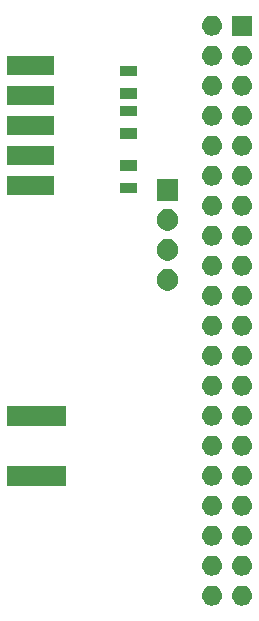
<source format=gbs>
G04 #@! TF.GenerationSoftware,KiCad,Pcbnew,5.0.2-bee76a0~70~ubuntu16.04.1*
G04 #@! TF.CreationDate,2019-12-01T18:04:24-08:00*
G04 #@! TF.ProjectId,io_jumper,696f5f6a-756d-4706-9572-2e6b69636164,1.0*
G04 #@! TF.SameCoordinates,PX7471920PY2d4cae0*
G04 #@! TF.FileFunction,Soldermask,Bot*
G04 #@! TF.FilePolarity,Negative*
%FSLAX46Y46*%
G04 Gerber Fmt 4.6, Leading zero omitted, Abs format (unit mm)*
G04 Created by KiCad (PCBNEW 5.0.2-bee76a0~70~ubuntu16.04.1) date Sun 01 Dec 2019 06:04:24 PM PST*
%MOMM*%
%LPD*%
G01*
G04 APERTURE LIST*
%ADD10C,0.100000*%
G04 APERTURE END LIST*
D10*
G36*
X20266630Y-49122299D02*
X20426855Y-49170903D01*
X20574520Y-49249831D01*
X20703949Y-49356051D01*
X20810169Y-49485480D01*
X20889097Y-49633145D01*
X20937701Y-49793370D01*
X20954112Y-49960000D01*
X20937701Y-50126630D01*
X20889097Y-50286855D01*
X20810169Y-50434520D01*
X20703949Y-50563949D01*
X20574520Y-50670169D01*
X20426855Y-50749097D01*
X20266630Y-50797701D01*
X20141752Y-50810000D01*
X20058248Y-50810000D01*
X19933370Y-50797701D01*
X19773145Y-50749097D01*
X19625480Y-50670169D01*
X19496051Y-50563949D01*
X19389831Y-50434520D01*
X19310903Y-50286855D01*
X19262299Y-50126630D01*
X19245888Y-49960000D01*
X19262299Y-49793370D01*
X19310903Y-49633145D01*
X19389831Y-49485480D01*
X19496051Y-49356051D01*
X19625480Y-49249831D01*
X19773145Y-49170903D01*
X19933370Y-49122299D01*
X20058248Y-49110000D01*
X20141752Y-49110000D01*
X20266630Y-49122299D01*
X20266630Y-49122299D01*
G37*
G36*
X17726630Y-49122299D02*
X17886855Y-49170903D01*
X18034520Y-49249831D01*
X18163949Y-49356051D01*
X18270169Y-49485480D01*
X18349097Y-49633145D01*
X18397701Y-49793370D01*
X18414112Y-49960000D01*
X18397701Y-50126630D01*
X18349097Y-50286855D01*
X18270169Y-50434520D01*
X18163949Y-50563949D01*
X18034520Y-50670169D01*
X17886855Y-50749097D01*
X17726630Y-50797701D01*
X17601752Y-50810000D01*
X17518248Y-50810000D01*
X17393370Y-50797701D01*
X17233145Y-50749097D01*
X17085480Y-50670169D01*
X16956051Y-50563949D01*
X16849831Y-50434520D01*
X16770903Y-50286855D01*
X16722299Y-50126630D01*
X16705888Y-49960000D01*
X16722299Y-49793370D01*
X16770903Y-49633145D01*
X16849831Y-49485480D01*
X16956051Y-49356051D01*
X17085480Y-49249831D01*
X17233145Y-49170903D01*
X17393370Y-49122299D01*
X17518248Y-49110000D01*
X17601752Y-49110000D01*
X17726630Y-49122299D01*
X17726630Y-49122299D01*
G37*
G36*
X20266630Y-46582299D02*
X20426855Y-46630903D01*
X20574520Y-46709831D01*
X20703949Y-46816051D01*
X20810169Y-46945480D01*
X20889097Y-47093145D01*
X20937701Y-47253370D01*
X20954112Y-47420000D01*
X20937701Y-47586630D01*
X20889097Y-47746855D01*
X20810169Y-47894520D01*
X20703949Y-48023949D01*
X20574520Y-48130169D01*
X20426855Y-48209097D01*
X20266630Y-48257701D01*
X20141752Y-48270000D01*
X20058248Y-48270000D01*
X19933370Y-48257701D01*
X19773145Y-48209097D01*
X19625480Y-48130169D01*
X19496051Y-48023949D01*
X19389831Y-47894520D01*
X19310903Y-47746855D01*
X19262299Y-47586630D01*
X19245888Y-47420000D01*
X19262299Y-47253370D01*
X19310903Y-47093145D01*
X19389831Y-46945480D01*
X19496051Y-46816051D01*
X19625480Y-46709831D01*
X19773145Y-46630903D01*
X19933370Y-46582299D01*
X20058248Y-46570000D01*
X20141752Y-46570000D01*
X20266630Y-46582299D01*
X20266630Y-46582299D01*
G37*
G36*
X17726630Y-46582299D02*
X17886855Y-46630903D01*
X18034520Y-46709831D01*
X18163949Y-46816051D01*
X18270169Y-46945480D01*
X18349097Y-47093145D01*
X18397701Y-47253370D01*
X18414112Y-47420000D01*
X18397701Y-47586630D01*
X18349097Y-47746855D01*
X18270169Y-47894520D01*
X18163949Y-48023949D01*
X18034520Y-48130169D01*
X17886855Y-48209097D01*
X17726630Y-48257701D01*
X17601752Y-48270000D01*
X17518248Y-48270000D01*
X17393370Y-48257701D01*
X17233145Y-48209097D01*
X17085480Y-48130169D01*
X16956051Y-48023949D01*
X16849831Y-47894520D01*
X16770903Y-47746855D01*
X16722299Y-47586630D01*
X16705888Y-47420000D01*
X16722299Y-47253370D01*
X16770903Y-47093145D01*
X16849831Y-46945480D01*
X16956051Y-46816051D01*
X17085480Y-46709831D01*
X17233145Y-46630903D01*
X17393370Y-46582299D01*
X17518248Y-46570000D01*
X17601752Y-46570000D01*
X17726630Y-46582299D01*
X17726630Y-46582299D01*
G37*
G36*
X17726630Y-44042299D02*
X17886855Y-44090903D01*
X18034520Y-44169831D01*
X18163949Y-44276051D01*
X18270169Y-44405480D01*
X18349097Y-44553145D01*
X18397701Y-44713370D01*
X18414112Y-44880000D01*
X18397701Y-45046630D01*
X18349097Y-45206855D01*
X18270169Y-45354520D01*
X18163949Y-45483949D01*
X18034520Y-45590169D01*
X17886855Y-45669097D01*
X17726630Y-45717701D01*
X17601752Y-45730000D01*
X17518248Y-45730000D01*
X17393370Y-45717701D01*
X17233145Y-45669097D01*
X17085480Y-45590169D01*
X16956051Y-45483949D01*
X16849831Y-45354520D01*
X16770903Y-45206855D01*
X16722299Y-45046630D01*
X16705888Y-44880000D01*
X16722299Y-44713370D01*
X16770903Y-44553145D01*
X16849831Y-44405480D01*
X16956051Y-44276051D01*
X17085480Y-44169831D01*
X17233145Y-44090903D01*
X17393370Y-44042299D01*
X17518248Y-44030000D01*
X17601752Y-44030000D01*
X17726630Y-44042299D01*
X17726630Y-44042299D01*
G37*
G36*
X20266630Y-44042299D02*
X20426855Y-44090903D01*
X20574520Y-44169831D01*
X20703949Y-44276051D01*
X20810169Y-44405480D01*
X20889097Y-44553145D01*
X20937701Y-44713370D01*
X20954112Y-44880000D01*
X20937701Y-45046630D01*
X20889097Y-45206855D01*
X20810169Y-45354520D01*
X20703949Y-45483949D01*
X20574520Y-45590169D01*
X20426855Y-45669097D01*
X20266630Y-45717701D01*
X20141752Y-45730000D01*
X20058248Y-45730000D01*
X19933370Y-45717701D01*
X19773145Y-45669097D01*
X19625480Y-45590169D01*
X19496051Y-45483949D01*
X19389831Y-45354520D01*
X19310903Y-45206855D01*
X19262299Y-45046630D01*
X19245888Y-44880000D01*
X19262299Y-44713370D01*
X19310903Y-44553145D01*
X19389831Y-44405480D01*
X19496051Y-44276051D01*
X19625480Y-44169831D01*
X19773145Y-44090903D01*
X19933370Y-44042299D01*
X20058248Y-44030000D01*
X20141752Y-44030000D01*
X20266630Y-44042299D01*
X20266630Y-44042299D01*
G37*
G36*
X20266630Y-41502299D02*
X20426855Y-41550903D01*
X20574520Y-41629831D01*
X20703949Y-41736051D01*
X20810169Y-41865480D01*
X20889097Y-42013145D01*
X20937701Y-42173370D01*
X20954112Y-42340000D01*
X20937701Y-42506630D01*
X20889097Y-42666855D01*
X20810169Y-42814520D01*
X20703949Y-42943949D01*
X20574520Y-43050169D01*
X20426855Y-43129097D01*
X20266630Y-43177701D01*
X20141752Y-43190000D01*
X20058248Y-43190000D01*
X19933370Y-43177701D01*
X19773145Y-43129097D01*
X19625480Y-43050169D01*
X19496051Y-42943949D01*
X19389831Y-42814520D01*
X19310903Y-42666855D01*
X19262299Y-42506630D01*
X19245888Y-42340000D01*
X19262299Y-42173370D01*
X19310903Y-42013145D01*
X19389831Y-41865480D01*
X19496051Y-41736051D01*
X19625480Y-41629831D01*
X19773145Y-41550903D01*
X19933370Y-41502299D01*
X20058248Y-41490000D01*
X20141752Y-41490000D01*
X20266630Y-41502299D01*
X20266630Y-41502299D01*
G37*
G36*
X17726630Y-41502299D02*
X17886855Y-41550903D01*
X18034520Y-41629831D01*
X18163949Y-41736051D01*
X18270169Y-41865480D01*
X18349097Y-42013145D01*
X18397701Y-42173370D01*
X18414112Y-42340000D01*
X18397701Y-42506630D01*
X18349097Y-42666855D01*
X18270169Y-42814520D01*
X18163949Y-42943949D01*
X18034520Y-43050169D01*
X17886855Y-43129097D01*
X17726630Y-43177701D01*
X17601752Y-43190000D01*
X17518248Y-43190000D01*
X17393370Y-43177701D01*
X17233145Y-43129097D01*
X17085480Y-43050169D01*
X16956051Y-42943949D01*
X16849831Y-42814520D01*
X16770903Y-42666855D01*
X16722299Y-42506630D01*
X16705888Y-42340000D01*
X16722299Y-42173370D01*
X16770903Y-42013145D01*
X16849831Y-41865480D01*
X16956051Y-41736051D01*
X17085480Y-41629831D01*
X17233145Y-41550903D01*
X17393370Y-41502299D01*
X17518248Y-41490000D01*
X17601752Y-41490000D01*
X17726630Y-41502299D01*
X17726630Y-41502299D01*
G37*
G36*
X5200000Y-40690000D02*
X200000Y-40690000D01*
X200000Y-38990000D01*
X5200000Y-38990000D01*
X5200000Y-40690000D01*
X5200000Y-40690000D01*
G37*
G36*
X20266630Y-38962299D02*
X20426855Y-39010903D01*
X20574520Y-39089831D01*
X20703949Y-39196051D01*
X20810169Y-39325480D01*
X20889097Y-39473145D01*
X20937701Y-39633370D01*
X20954112Y-39800000D01*
X20937701Y-39966630D01*
X20889097Y-40126855D01*
X20810169Y-40274520D01*
X20703949Y-40403949D01*
X20574520Y-40510169D01*
X20426855Y-40589097D01*
X20266630Y-40637701D01*
X20141752Y-40650000D01*
X20058248Y-40650000D01*
X19933370Y-40637701D01*
X19773145Y-40589097D01*
X19625480Y-40510169D01*
X19496051Y-40403949D01*
X19389831Y-40274520D01*
X19310903Y-40126855D01*
X19262299Y-39966630D01*
X19245888Y-39800000D01*
X19262299Y-39633370D01*
X19310903Y-39473145D01*
X19389831Y-39325480D01*
X19496051Y-39196051D01*
X19625480Y-39089831D01*
X19773145Y-39010903D01*
X19933370Y-38962299D01*
X20058248Y-38950000D01*
X20141752Y-38950000D01*
X20266630Y-38962299D01*
X20266630Y-38962299D01*
G37*
G36*
X17726630Y-38962299D02*
X17886855Y-39010903D01*
X18034520Y-39089831D01*
X18163949Y-39196051D01*
X18270169Y-39325480D01*
X18349097Y-39473145D01*
X18397701Y-39633370D01*
X18414112Y-39800000D01*
X18397701Y-39966630D01*
X18349097Y-40126855D01*
X18270169Y-40274520D01*
X18163949Y-40403949D01*
X18034520Y-40510169D01*
X17886855Y-40589097D01*
X17726630Y-40637701D01*
X17601752Y-40650000D01*
X17518248Y-40650000D01*
X17393370Y-40637701D01*
X17233145Y-40589097D01*
X17085480Y-40510169D01*
X16956051Y-40403949D01*
X16849831Y-40274520D01*
X16770903Y-40126855D01*
X16722299Y-39966630D01*
X16705888Y-39800000D01*
X16722299Y-39633370D01*
X16770903Y-39473145D01*
X16849831Y-39325480D01*
X16956051Y-39196051D01*
X17085480Y-39089831D01*
X17233145Y-39010903D01*
X17393370Y-38962299D01*
X17518248Y-38950000D01*
X17601752Y-38950000D01*
X17726630Y-38962299D01*
X17726630Y-38962299D01*
G37*
G36*
X17726630Y-36422299D02*
X17886855Y-36470903D01*
X18034520Y-36549831D01*
X18163949Y-36656051D01*
X18270169Y-36785480D01*
X18349097Y-36933145D01*
X18397701Y-37093370D01*
X18414112Y-37260000D01*
X18397701Y-37426630D01*
X18349097Y-37586855D01*
X18270169Y-37734520D01*
X18163949Y-37863949D01*
X18034520Y-37970169D01*
X17886855Y-38049097D01*
X17726630Y-38097701D01*
X17601752Y-38110000D01*
X17518248Y-38110000D01*
X17393370Y-38097701D01*
X17233145Y-38049097D01*
X17085480Y-37970169D01*
X16956051Y-37863949D01*
X16849831Y-37734520D01*
X16770903Y-37586855D01*
X16722299Y-37426630D01*
X16705888Y-37260000D01*
X16722299Y-37093370D01*
X16770903Y-36933145D01*
X16849831Y-36785480D01*
X16956051Y-36656051D01*
X17085480Y-36549831D01*
X17233145Y-36470903D01*
X17393370Y-36422299D01*
X17518248Y-36410000D01*
X17601752Y-36410000D01*
X17726630Y-36422299D01*
X17726630Y-36422299D01*
G37*
G36*
X20266630Y-36422299D02*
X20426855Y-36470903D01*
X20574520Y-36549831D01*
X20703949Y-36656051D01*
X20810169Y-36785480D01*
X20889097Y-36933145D01*
X20937701Y-37093370D01*
X20954112Y-37260000D01*
X20937701Y-37426630D01*
X20889097Y-37586855D01*
X20810169Y-37734520D01*
X20703949Y-37863949D01*
X20574520Y-37970169D01*
X20426855Y-38049097D01*
X20266630Y-38097701D01*
X20141752Y-38110000D01*
X20058248Y-38110000D01*
X19933370Y-38097701D01*
X19773145Y-38049097D01*
X19625480Y-37970169D01*
X19496051Y-37863949D01*
X19389831Y-37734520D01*
X19310903Y-37586855D01*
X19262299Y-37426630D01*
X19245888Y-37260000D01*
X19262299Y-37093370D01*
X19310903Y-36933145D01*
X19389831Y-36785480D01*
X19496051Y-36656051D01*
X19625480Y-36549831D01*
X19773145Y-36470903D01*
X19933370Y-36422299D01*
X20058248Y-36410000D01*
X20141752Y-36410000D01*
X20266630Y-36422299D01*
X20266630Y-36422299D01*
G37*
G36*
X5200000Y-35610000D02*
X200000Y-35610000D01*
X200000Y-33910000D01*
X5200000Y-33910000D01*
X5200000Y-35610000D01*
X5200000Y-35610000D01*
G37*
G36*
X20266630Y-33882299D02*
X20426855Y-33930903D01*
X20574520Y-34009831D01*
X20703949Y-34116051D01*
X20810169Y-34245480D01*
X20889097Y-34393145D01*
X20937701Y-34553370D01*
X20954112Y-34720000D01*
X20937701Y-34886630D01*
X20889097Y-35046855D01*
X20810169Y-35194520D01*
X20703949Y-35323949D01*
X20574520Y-35430169D01*
X20426855Y-35509097D01*
X20266630Y-35557701D01*
X20141752Y-35570000D01*
X20058248Y-35570000D01*
X19933370Y-35557701D01*
X19773145Y-35509097D01*
X19625480Y-35430169D01*
X19496051Y-35323949D01*
X19389831Y-35194520D01*
X19310903Y-35046855D01*
X19262299Y-34886630D01*
X19245888Y-34720000D01*
X19262299Y-34553370D01*
X19310903Y-34393145D01*
X19389831Y-34245480D01*
X19496051Y-34116051D01*
X19625480Y-34009831D01*
X19773145Y-33930903D01*
X19933370Y-33882299D01*
X20058248Y-33870000D01*
X20141752Y-33870000D01*
X20266630Y-33882299D01*
X20266630Y-33882299D01*
G37*
G36*
X17726630Y-33882299D02*
X17886855Y-33930903D01*
X18034520Y-34009831D01*
X18163949Y-34116051D01*
X18270169Y-34245480D01*
X18349097Y-34393145D01*
X18397701Y-34553370D01*
X18414112Y-34720000D01*
X18397701Y-34886630D01*
X18349097Y-35046855D01*
X18270169Y-35194520D01*
X18163949Y-35323949D01*
X18034520Y-35430169D01*
X17886855Y-35509097D01*
X17726630Y-35557701D01*
X17601752Y-35570000D01*
X17518248Y-35570000D01*
X17393370Y-35557701D01*
X17233145Y-35509097D01*
X17085480Y-35430169D01*
X16956051Y-35323949D01*
X16849831Y-35194520D01*
X16770903Y-35046855D01*
X16722299Y-34886630D01*
X16705888Y-34720000D01*
X16722299Y-34553370D01*
X16770903Y-34393145D01*
X16849831Y-34245480D01*
X16956051Y-34116051D01*
X17085480Y-34009831D01*
X17233145Y-33930903D01*
X17393370Y-33882299D01*
X17518248Y-33870000D01*
X17601752Y-33870000D01*
X17726630Y-33882299D01*
X17726630Y-33882299D01*
G37*
G36*
X20266630Y-31342299D02*
X20426855Y-31390903D01*
X20574520Y-31469831D01*
X20703949Y-31576051D01*
X20810169Y-31705480D01*
X20889097Y-31853145D01*
X20937701Y-32013370D01*
X20954112Y-32180000D01*
X20937701Y-32346630D01*
X20889097Y-32506855D01*
X20810169Y-32654520D01*
X20703949Y-32783949D01*
X20574520Y-32890169D01*
X20426855Y-32969097D01*
X20266630Y-33017701D01*
X20141752Y-33030000D01*
X20058248Y-33030000D01*
X19933370Y-33017701D01*
X19773145Y-32969097D01*
X19625480Y-32890169D01*
X19496051Y-32783949D01*
X19389831Y-32654520D01*
X19310903Y-32506855D01*
X19262299Y-32346630D01*
X19245888Y-32180000D01*
X19262299Y-32013370D01*
X19310903Y-31853145D01*
X19389831Y-31705480D01*
X19496051Y-31576051D01*
X19625480Y-31469831D01*
X19773145Y-31390903D01*
X19933370Y-31342299D01*
X20058248Y-31330000D01*
X20141752Y-31330000D01*
X20266630Y-31342299D01*
X20266630Y-31342299D01*
G37*
G36*
X17726630Y-31342299D02*
X17886855Y-31390903D01*
X18034520Y-31469831D01*
X18163949Y-31576051D01*
X18270169Y-31705480D01*
X18349097Y-31853145D01*
X18397701Y-32013370D01*
X18414112Y-32180000D01*
X18397701Y-32346630D01*
X18349097Y-32506855D01*
X18270169Y-32654520D01*
X18163949Y-32783949D01*
X18034520Y-32890169D01*
X17886855Y-32969097D01*
X17726630Y-33017701D01*
X17601752Y-33030000D01*
X17518248Y-33030000D01*
X17393370Y-33017701D01*
X17233145Y-32969097D01*
X17085480Y-32890169D01*
X16956051Y-32783949D01*
X16849831Y-32654520D01*
X16770903Y-32506855D01*
X16722299Y-32346630D01*
X16705888Y-32180000D01*
X16722299Y-32013370D01*
X16770903Y-31853145D01*
X16849831Y-31705480D01*
X16956051Y-31576051D01*
X17085480Y-31469831D01*
X17233145Y-31390903D01*
X17393370Y-31342299D01*
X17518248Y-31330000D01*
X17601752Y-31330000D01*
X17726630Y-31342299D01*
X17726630Y-31342299D01*
G37*
G36*
X20266630Y-28802299D02*
X20426855Y-28850903D01*
X20574520Y-28929831D01*
X20703949Y-29036051D01*
X20810169Y-29165480D01*
X20889097Y-29313145D01*
X20937701Y-29473370D01*
X20954112Y-29640000D01*
X20937701Y-29806630D01*
X20889097Y-29966855D01*
X20810169Y-30114520D01*
X20703949Y-30243949D01*
X20574520Y-30350169D01*
X20426855Y-30429097D01*
X20266630Y-30477701D01*
X20141752Y-30490000D01*
X20058248Y-30490000D01*
X19933370Y-30477701D01*
X19773145Y-30429097D01*
X19625480Y-30350169D01*
X19496051Y-30243949D01*
X19389831Y-30114520D01*
X19310903Y-29966855D01*
X19262299Y-29806630D01*
X19245888Y-29640000D01*
X19262299Y-29473370D01*
X19310903Y-29313145D01*
X19389831Y-29165480D01*
X19496051Y-29036051D01*
X19625480Y-28929831D01*
X19773145Y-28850903D01*
X19933370Y-28802299D01*
X20058248Y-28790000D01*
X20141752Y-28790000D01*
X20266630Y-28802299D01*
X20266630Y-28802299D01*
G37*
G36*
X17726630Y-28802299D02*
X17886855Y-28850903D01*
X18034520Y-28929831D01*
X18163949Y-29036051D01*
X18270169Y-29165480D01*
X18349097Y-29313145D01*
X18397701Y-29473370D01*
X18414112Y-29640000D01*
X18397701Y-29806630D01*
X18349097Y-29966855D01*
X18270169Y-30114520D01*
X18163949Y-30243949D01*
X18034520Y-30350169D01*
X17886855Y-30429097D01*
X17726630Y-30477701D01*
X17601752Y-30490000D01*
X17518248Y-30490000D01*
X17393370Y-30477701D01*
X17233145Y-30429097D01*
X17085480Y-30350169D01*
X16956051Y-30243949D01*
X16849831Y-30114520D01*
X16770903Y-29966855D01*
X16722299Y-29806630D01*
X16705888Y-29640000D01*
X16722299Y-29473370D01*
X16770903Y-29313145D01*
X16849831Y-29165480D01*
X16956051Y-29036051D01*
X17085480Y-28929831D01*
X17233145Y-28850903D01*
X17393370Y-28802299D01*
X17518248Y-28790000D01*
X17601752Y-28790000D01*
X17726630Y-28802299D01*
X17726630Y-28802299D01*
G37*
G36*
X20266630Y-26262299D02*
X20426855Y-26310903D01*
X20574520Y-26389831D01*
X20703949Y-26496051D01*
X20810169Y-26625480D01*
X20889097Y-26773145D01*
X20937701Y-26933370D01*
X20954112Y-27100000D01*
X20937701Y-27266630D01*
X20889097Y-27426855D01*
X20810169Y-27574520D01*
X20703949Y-27703949D01*
X20574520Y-27810169D01*
X20426855Y-27889097D01*
X20266630Y-27937701D01*
X20141752Y-27950000D01*
X20058248Y-27950000D01*
X19933370Y-27937701D01*
X19773145Y-27889097D01*
X19625480Y-27810169D01*
X19496051Y-27703949D01*
X19389831Y-27574520D01*
X19310903Y-27426855D01*
X19262299Y-27266630D01*
X19245888Y-27100000D01*
X19262299Y-26933370D01*
X19310903Y-26773145D01*
X19389831Y-26625480D01*
X19496051Y-26496051D01*
X19625480Y-26389831D01*
X19773145Y-26310903D01*
X19933370Y-26262299D01*
X20058248Y-26250000D01*
X20141752Y-26250000D01*
X20266630Y-26262299D01*
X20266630Y-26262299D01*
G37*
G36*
X17726630Y-26262299D02*
X17886855Y-26310903D01*
X18034520Y-26389831D01*
X18163949Y-26496051D01*
X18270169Y-26625480D01*
X18349097Y-26773145D01*
X18397701Y-26933370D01*
X18414112Y-27100000D01*
X18397701Y-27266630D01*
X18349097Y-27426855D01*
X18270169Y-27574520D01*
X18163949Y-27703949D01*
X18034520Y-27810169D01*
X17886855Y-27889097D01*
X17726630Y-27937701D01*
X17601752Y-27950000D01*
X17518248Y-27950000D01*
X17393370Y-27937701D01*
X17233145Y-27889097D01*
X17085480Y-27810169D01*
X16956051Y-27703949D01*
X16849831Y-27574520D01*
X16770903Y-27426855D01*
X16722299Y-27266630D01*
X16705888Y-27100000D01*
X16722299Y-26933370D01*
X16770903Y-26773145D01*
X16849831Y-26625480D01*
X16956051Y-26496051D01*
X17085480Y-26389831D01*
X17233145Y-26310903D01*
X17393370Y-26262299D01*
X17518248Y-26250000D01*
X17601752Y-26250000D01*
X17726630Y-26262299D01*
X17726630Y-26262299D01*
G37*
G36*
X17726630Y-23722299D02*
X17886855Y-23770903D01*
X18034520Y-23849831D01*
X18163949Y-23956051D01*
X18270169Y-24085480D01*
X18349097Y-24233145D01*
X18397701Y-24393370D01*
X18414112Y-24560000D01*
X18397701Y-24726630D01*
X18349097Y-24886855D01*
X18270169Y-25034520D01*
X18163949Y-25163949D01*
X18034520Y-25270169D01*
X17886855Y-25349097D01*
X17726630Y-25397701D01*
X17601752Y-25410000D01*
X17518248Y-25410000D01*
X17393370Y-25397701D01*
X17233145Y-25349097D01*
X17085480Y-25270169D01*
X16956051Y-25163949D01*
X16849831Y-25034520D01*
X16770903Y-24886855D01*
X16722299Y-24726630D01*
X16705888Y-24560000D01*
X16722299Y-24393370D01*
X16770903Y-24233145D01*
X16849831Y-24085480D01*
X16956051Y-23956051D01*
X17085480Y-23849831D01*
X17233145Y-23770903D01*
X17393370Y-23722299D01*
X17518248Y-23710000D01*
X17601752Y-23710000D01*
X17726630Y-23722299D01*
X17726630Y-23722299D01*
G37*
G36*
X20266630Y-23722299D02*
X20426855Y-23770903D01*
X20574520Y-23849831D01*
X20703949Y-23956051D01*
X20810169Y-24085480D01*
X20889097Y-24233145D01*
X20937701Y-24393370D01*
X20954112Y-24560000D01*
X20937701Y-24726630D01*
X20889097Y-24886855D01*
X20810169Y-25034520D01*
X20703949Y-25163949D01*
X20574520Y-25270169D01*
X20426855Y-25349097D01*
X20266630Y-25397701D01*
X20141752Y-25410000D01*
X20058248Y-25410000D01*
X19933370Y-25397701D01*
X19773145Y-25349097D01*
X19625480Y-25270169D01*
X19496051Y-25163949D01*
X19389831Y-25034520D01*
X19310903Y-24886855D01*
X19262299Y-24726630D01*
X19245888Y-24560000D01*
X19262299Y-24393370D01*
X19310903Y-24233145D01*
X19389831Y-24085480D01*
X19496051Y-23956051D01*
X19625480Y-23849831D01*
X19773145Y-23770903D01*
X19933370Y-23722299D01*
X20058248Y-23710000D01*
X20141752Y-23710000D01*
X20266630Y-23722299D01*
X20266630Y-23722299D01*
G37*
G36*
X14069811Y-22330546D02*
X14069814Y-22330547D01*
X14069813Y-22330547D01*
X14238152Y-22400275D01*
X14238153Y-22400276D01*
X14389656Y-22501507D01*
X14518493Y-22630344D01*
X14518495Y-22630347D01*
X14619725Y-22781848D01*
X14673657Y-22912052D01*
X14689454Y-22950189D01*
X14725000Y-23128894D01*
X14725000Y-23311106D01*
X14689454Y-23489811D01*
X14689453Y-23489813D01*
X14619725Y-23658152D01*
X14544387Y-23770903D01*
X14518493Y-23809656D01*
X14389656Y-23938493D01*
X14389653Y-23938495D01*
X14238152Y-24039725D01*
X14127689Y-24085480D01*
X14069811Y-24109454D01*
X13891106Y-24145000D01*
X13708894Y-24145000D01*
X13530189Y-24109454D01*
X13472311Y-24085480D01*
X13361848Y-24039725D01*
X13210347Y-23938495D01*
X13210344Y-23938493D01*
X13081507Y-23809656D01*
X13055613Y-23770903D01*
X12980275Y-23658152D01*
X12910547Y-23489813D01*
X12910546Y-23489811D01*
X12875000Y-23311106D01*
X12875000Y-23128894D01*
X12910546Y-22950189D01*
X12926343Y-22912052D01*
X12980275Y-22781848D01*
X13081505Y-22630347D01*
X13081507Y-22630344D01*
X13210344Y-22501507D01*
X13361847Y-22400276D01*
X13361848Y-22400275D01*
X13530187Y-22330547D01*
X13530186Y-22330547D01*
X13530189Y-22330546D01*
X13708894Y-22295000D01*
X13891106Y-22295000D01*
X14069811Y-22330546D01*
X14069811Y-22330546D01*
G37*
G36*
X17726630Y-21182299D02*
X17886855Y-21230903D01*
X18034520Y-21309831D01*
X18163949Y-21416051D01*
X18270169Y-21545480D01*
X18349097Y-21693145D01*
X18397701Y-21853370D01*
X18414112Y-22020000D01*
X18397701Y-22186630D01*
X18349097Y-22346855D01*
X18270169Y-22494520D01*
X18163949Y-22623949D01*
X18034520Y-22730169D01*
X17886855Y-22809097D01*
X17726630Y-22857701D01*
X17601752Y-22870000D01*
X17518248Y-22870000D01*
X17393370Y-22857701D01*
X17233145Y-22809097D01*
X17085480Y-22730169D01*
X16956051Y-22623949D01*
X16849831Y-22494520D01*
X16770903Y-22346855D01*
X16722299Y-22186630D01*
X16705888Y-22020000D01*
X16722299Y-21853370D01*
X16770903Y-21693145D01*
X16849831Y-21545480D01*
X16956051Y-21416051D01*
X17085480Y-21309831D01*
X17233145Y-21230903D01*
X17393370Y-21182299D01*
X17518248Y-21170000D01*
X17601752Y-21170000D01*
X17726630Y-21182299D01*
X17726630Y-21182299D01*
G37*
G36*
X20266630Y-21182299D02*
X20426855Y-21230903D01*
X20574520Y-21309831D01*
X20703949Y-21416051D01*
X20810169Y-21545480D01*
X20889097Y-21693145D01*
X20937701Y-21853370D01*
X20954112Y-22020000D01*
X20937701Y-22186630D01*
X20889097Y-22346855D01*
X20810169Y-22494520D01*
X20703949Y-22623949D01*
X20574520Y-22730169D01*
X20426855Y-22809097D01*
X20266630Y-22857701D01*
X20141752Y-22870000D01*
X20058248Y-22870000D01*
X19933370Y-22857701D01*
X19773145Y-22809097D01*
X19625480Y-22730169D01*
X19496051Y-22623949D01*
X19389831Y-22494520D01*
X19310903Y-22346855D01*
X19262299Y-22186630D01*
X19245888Y-22020000D01*
X19262299Y-21853370D01*
X19310903Y-21693145D01*
X19389831Y-21545480D01*
X19496051Y-21416051D01*
X19625480Y-21309831D01*
X19773145Y-21230903D01*
X19933370Y-21182299D01*
X20058248Y-21170000D01*
X20141752Y-21170000D01*
X20266630Y-21182299D01*
X20266630Y-21182299D01*
G37*
G36*
X14069811Y-19790546D02*
X14069814Y-19790547D01*
X14069813Y-19790547D01*
X14238152Y-19860275D01*
X14238153Y-19860276D01*
X14389656Y-19961507D01*
X14518493Y-20090344D01*
X14518495Y-20090347D01*
X14619725Y-20241848D01*
X14673657Y-20372052D01*
X14689454Y-20410189D01*
X14725000Y-20588894D01*
X14725000Y-20771106D01*
X14689454Y-20949811D01*
X14689453Y-20949813D01*
X14619725Y-21118152D01*
X14544387Y-21230903D01*
X14518493Y-21269656D01*
X14389656Y-21398493D01*
X14389653Y-21398495D01*
X14238152Y-21499725D01*
X14127689Y-21545480D01*
X14069811Y-21569454D01*
X13891106Y-21605000D01*
X13708894Y-21605000D01*
X13530189Y-21569454D01*
X13472311Y-21545480D01*
X13361848Y-21499725D01*
X13210347Y-21398495D01*
X13210344Y-21398493D01*
X13081507Y-21269656D01*
X13055613Y-21230903D01*
X12980275Y-21118152D01*
X12910547Y-20949813D01*
X12910546Y-20949811D01*
X12875000Y-20771106D01*
X12875000Y-20588894D01*
X12910546Y-20410189D01*
X12926343Y-20372052D01*
X12980275Y-20241848D01*
X13081505Y-20090347D01*
X13081507Y-20090344D01*
X13210344Y-19961507D01*
X13361847Y-19860276D01*
X13361848Y-19860275D01*
X13530187Y-19790547D01*
X13530186Y-19790547D01*
X13530189Y-19790546D01*
X13708894Y-19755000D01*
X13891106Y-19755000D01*
X14069811Y-19790546D01*
X14069811Y-19790546D01*
G37*
G36*
X17726630Y-18642299D02*
X17886855Y-18690903D01*
X18034520Y-18769831D01*
X18163949Y-18876051D01*
X18270169Y-19005480D01*
X18349097Y-19153145D01*
X18397701Y-19313370D01*
X18414112Y-19480000D01*
X18397701Y-19646630D01*
X18349097Y-19806855D01*
X18270169Y-19954520D01*
X18163949Y-20083949D01*
X18034520Y-20190169D01*
X17886855Y-20269097D01*
X17726630Y-20317701D01*
X17601752Y-20330000D01*
X17518248Y-20330000D01*
X17393370Y-20317701D01*
X17233145Y-20269097D01*
X17085480Y-20190169D01*
X16956051Y-20083949D01*
X16849831Y-19954520D01*
X16770903Y-19806855D01*
X16722299Y-19646630D01*
X16705888Y-19480000D01*
X16722299Y-19313370D01*
X16770903Y-19153145D01*
X16849831Y-19005480D01*
X16956051Y-18876051D01*
X17085480Y-18769831D01*
X17233145Y-18690903D01*
X17393370Y-18642299D01*
X17518248Y-18630000D01*
X17601752Y-18630000D01*
X17726630Y-18642299D01*
X17726630Y-18642299D01*
G37*
G36*
X20266630Y-18642299D02*
X20426855Y-18690903D01*
X20574520Y-18769831D01*
X20703949Y-18876051D01*
X20810169Y-19005480D01*
X20889097Y-19153145D01*
X20937701Y-19313370D01*
X20954112Y-19480000D01*
X20937701Y-19646630D01*
X20889097Y-19806855D01*
X20810169Y-19954520D01*
X20703949Y-20083949D01*
X20574520Y-20190169D01*
X20426855Y-20269097D01*
X20266630Y-20317701D01*
X20141752Y-20330000D01*
X20058248Y-20330000D01*
X19933370Y-20317701D01*
X19773145Y-20269097D01*
X19625480Y-20190169D01*
X19496051Y-20083949D01*
X19389831Y-19954520D01*
X19310903Y-19806855D01*
X19262299Y-19646630D01*
X19245888Y-19480000D01*
X19262299Y-19313370D01*
X19310903Y-19153145D01*
X19389831Y-19005480D01*
X19496051Y-18876051D01*
X19625480Y-18769831D01*
X19773145Y-18690903D01*
X19933370Y-18642299D01*
X20058248Y-18630000D01*
X20141752Y-18630000D01*
X20266630Y-18642299D01*
X20266630Y-18642299D01*
G37*
G36*
X14069811Y-17250546D02*
X14069814Y-17250547D01*
X14069813Y-17250547D01*
X14238152Y-17320275D01*
X14238153Y-17320276D01*
X14389656Y-17421507D01*
X14518493Y-17550344D01*
X14518495Y-17550347D01*
X14619725Y-17701848D01*
X14673657Y-17832052D01*
X14689454Y-17870189D01*
X14725000Y-18048894D01*
X14725000Y-18231106D01*
X14689454Y-18409811D01*
X14689453Y-18409813D01*
X14619725Y-18578152D01*
X14544387Y-18690903D01*
X14518493Y-18729656D01*
X14389656Y-18858493D01*
X14389653Y-18858495D01*
X14238152Y-18959725D01*
X14127689Y-19005480D01*
X14069811Y-19029454D01*
X13891106Y-19065000D01*
X13708894Y-19065000D01*
X13530189Y-19029454D01*
X13472311Y-19005480D01*
X13361848Y-18959725D01*
X13210347Y-18858495D01*
X13210344Y-18858493D01*
X13081507Y-18729656D01*
X13055613Y-18690903D01*
X12980275Y-18578152D01*
X12910547Y-18409813D01*
X12910546Y-18409811D01*
X12875000Y-18231106D01*
X12875000Y-18048894D01*
X12910546Y-17870189D01*
X12926343Y-17832052D01*
X12980275Y-17701848D01*
X13081505Y-17550347D01*
X13081507Y-17550344D01*
X13210344Y-17421507D01*
X13361847Y-17320276D01*
X13361848Y-17320275D01*
X13530187Y-17250547D01*
X13530186Y-17250547D01*
X13530189Y-17250546D01*
X13708894Y-17215000D01*
X13891106Y-17215000D01*
X14069811Y-17250546D01*
X14069811Y-17250546D01*
G37*
G36*
X17726630Y-16102299D02*
X17886855Y-16150903D01*
X18034520Y-16229831D01*
X18163949Y-16336051D01*
X18270169Y-16465480D01*
X18349097Y-16613145D01*
X18397701Y-16773370D01*
X18414112Y-16940000D01*
X18397701Y-17106630D01*
X18349097Y-17266855D01*
X18270169Y-17414520D01*
X18163949Y-17543949D01*
X18034520Y-17650169D01*
X17886855Y-17729097D01*
X17726630Y-17777701D01*
X17601752Y-17790000D01*
X17518248Y-17790000D01*
X17393370Y-17777701D01*
X17233145Y-17729097D01*
X17085480Y-17650169D01*
X16956051Y-17543949D01*
X16849831Y-17414520D01*
X16770903Y-17266855D01*
X16722299Y-17106630D01*
X16705888Y-16940000D01*
X16722299Y-16773370D01*
X16770903Y-16613145D01*
X16849831Y-16465480D01*
X16956051Y-16336051D01*
X17085480Y-16229831D01*
X17233145Y-16150903D01*
X17393370Y-16102299D01*
X17518248Y-16090000D01*
X17601752Y-16090000D01*
X17726630Y-16102299D01*
X17726630Y-16102299D01*
G37*
G36*
X20266630Y-16102299D02*
X20426855Y-16150903D01*
X20574520Y-16229831D01*
X20703949Y-16336051D01*
X20810169Y-16465480D01*
X20889097Y-16613145D01*
X20937701Y-16773370D01*
X20954112Y-16940000D01*
X20937701Y-17106630D01*
X20889097Y-17266855D01*
X20810169Y-17414520D01*
X20703949Y-17543949D01*
X20574520Y-17650169D01*
X20426855Y-17729097D01*
X20266630Y-17777701D01*
X20141752Y-17790000D01*
X20058248Y-17790000D01*
X19933370Y-17777701D01*
X19773145Y-17729097D01*
X19625480Y-17650169D01*
X19496051Y-17543949D01*
X19389831Y-17414520D01*
X19310903Y-17266855D01*
X19262299Y-17106630D01*
X19245888Y-16940000D01*
X19262299Y-16773370D01*
X19310903Y-16613145D01*
X19389831Y-16465480D01*
X19496051Y-16336051D01*
X19625480Y-16229831D01*
X19773145Y-16150903D01*
X19933370Y-16102299D01*
X20058248Y-16090000D01*
X20141752Y-16090000D01*
X20266630Y-16102299D01*
X20266630Y-16102299D01*
G37*
G36*
X14725000Y-16525000D02*
X12875000Y-16525000D01*
X12875000Y-14675000D01*
X14725000Y-14675000D01*
X14725000Y-16525000D01*
X14725000Y-16525000D01*
G37*
G36*
X4189539Y-16031021D02*
X189539Y-16031021D01*
X189539Y-14431021D01*
X4189539Y-14431021D01*
X4189539Y-16031021D01*
X4189539Y-16031021D01*
G37*
G36*
X11198500Y-15897000D02*
X9801500Y-15897000D01*
X9801500Y-15008000D01*
X11198500Y-15008000D01*
X11198500Y-15897000D01*
X11198500Y-15897000D01*
G37*
G36*
X20266630Y-13562299D02*
X20426855Y-13610903D01*
X20574520Y-13689831D01*
X20703949Y-13796051D01*
X20810169Y-13925480D01*
X20889097Y-14073145D01*
X20937701Y-14233370D01*
X20954112Y-14400000D01*
X20937701Y-14566630D01*
X20889097Y-14726855D01*
X20810169Y-14874520D01*
X20703949Y-15003949D01*
X20574520Y-15110169D01*
X20426855Y-15189097D01*
X20266630Y-15237701D01*
X20141752Y-15250000D01*
X20058248Y-15250000D01*
X19933370Y-15237701D01*
X19773145Y-15189097D01*
X19625480Y-15110169D01*
X19496051Y-15003949D01*
X19389831Y-14874520D01*
X19310903Y-14726855D01*
X19262299Y-14566630D01*
X19245888Y-14400000D01*
X19262299Y-14233370D01*
X19310903Y-14073145D01*
X19389831Y-13925480D01*
X19496051Y-13796051D01*
X19625480Y-13689831D01*
X19773145Y-13610903D01*
X19933370Y-13562299D01*
X20058248Y-13550000D01*
X20141752Y-13550000D01*
X20266630Y-13562299D01*
X20266630Y-13562299D01*
G37*
G36*
X17726630Y-13562299D02*
X17886855Y-13610903D01*
X18034520Y-13689831D01*
X18163949Y-13796051D01*
X18270169Y-13925480D01*
X18349097Y-14073145D01*
X18397701Y-14233370D01*
X18414112Y-14400000D01*
X18397701Y-14566630D01*
X18349097Y-14726855D01*
X18270169Y-14874520D01*
X18163949Y-15003949D01*
X18034520Y-15110169D01*
X17886855Y-15189097D01*
X17726630Y-15237701D01*
X17601752Y-15250000D01*
X17518248Y-15250000D01*
X17393370Y-15237701D01*
X17233145Y-15189097D01*
X17085480Y-15110169D01*
X16956051Y-15003949D01*
X16849831Y-14874520D01*
X16770903Y-14726855D01*
X16722299Y-14566630D01*
X16705888Y-14400000D01*
X16722299Y-14233370D01*
X16770903Y-14073145D01*
X16849831Y-13925480D01*
X16956051Y-13796051D01*
X17085480Y-13689831D01*
X17233145Y-13610903D01*
X17393370Y-13562299D01*
X17518248Y-13550000D01*
X17601752Y-13550000D01*
X17726630Y-13562299D01*
X17726630Y-13562299D01*
G37*
G36*
X11198500Y-13992000D02*
X9801500Y-13992000D01*
X9801500Y-13103000D01*
X11198500Y-13103000D01*
X11198500Y-13992000D01*
X11198500Y-13992000D01*
G37*
G36*
X4189539Y-13491021D02*
X189539Y-13491021D01*
X189539Y-11891021D01*
X4189539Y-11891021D01*
X4189539Y-13491021D01*
X4189539Y-13491021D01*
G37*
G36*
X17726630Y-11022299D02*
X17886855Y-11070903D01*
X18034520Y-11149831D01*
X18163949Y-11256051D01*
X18270169Y-11385480D01*
X18349097Y-11533145D01*
X18397701Y-11693370D01*
X18414112Y-11860000D01*
X18397701Y-12026630D01*
X18349097Y-12186855D01*
X18270169Y-12334520D01*
X18163949Y-12463949D01*
X18034520Y-12570169D01*
X17886855Y-12649097D01*
X17726630Y-12697701D01*
X17601752Y-12710000D01*
X17518248Y-12710000D01*
X17393370Y-12697701D01*
X17233145Y-12649097D01*
X17085480Y-12570169D01*
X16956051Y-12463949D01*
X16849831Y-12334520D01*
X16770903Y-12186855D01*
X16722299Y-12026630D01*
X16705888Y-11860000D01*
X16722299Y-11693370D01*
X16770903Y-11533145D01*
X16849831Y-11385480D01*
X16956051Y-11256051D01*
X17085480Y-11149831D01*
X17233145Y-11070903D01*
X17393370Y-11022299D01*
X17518248Y-11010000D01*
X17601752Y-11010000D01*
X17726630Y-11022299D01*
X17726630Y-11022299D01*
G37*
G36*
X20266630Y-11022299D02*
X20426855Y-11070903D01*
X20574520Y-11149831D01*
X20703949Y-11256051D01*
X20810169Y-11385480D01*
X20889097Y-11533145D01*
X20937701Y-11693370D01*
X20954112Y-11860000D01*
X20937701Y-12026630D01*
X20889097Y-12186855D01*
X20810169Y-12334520D01*
X20703949Y-12463949D01*
X20574520Y-12570169D01*
X20426855Y-12649097D01*
X20266630Y-12697701D01*
X20141752Y-12710000D01*
X20058248Y-12710000D01*
X19933370Y-12697701D01*
X19773145Y-12649097D01*
X19625480Y-12570169D01*
X19496051Y-12463949D01*
X19389831Y-12334520D01*
X19310903Y-12186855D01*
X19262299Y-12026630D01*
X19245888Y-11860000D01*
X19262299Y-11693370D01*
X19310903Y-11533145D01*
X19389831Y-11385480D01*
X19496051Y-11256051D01*
X19625480Y-11149831D01*
X19773145Y-11070903D01*
X19933370Y-11022299D01*
X20058248Y-11010000D01*
X20141752Y-11010000D01*
X20266630Y-11022299D01*
X20266630Y-11022299D01*
G37*
G36*
X11198500Y-11297000D02*
X9801500Y-11297000D01*
X9801500Y-10408000D01*
X11198500Y-10408000D01*
X11198500Y-11297000D01*
X11198500Y-11297000D01*
G37*
G36*
X4189539Y-10951021D02*
X189539Y-10951021D01*
X189539Y-9351021D01*
X4189539Y-9351021D01*
X4189539Y-10951021D01*
X4189539Y-10951021D01*
G37*
G36*
X20266630Y-8482299D02*
X20426855Y-8530903D01*
X20574520Y-8609831D01*
X20703949Y-8716051D01*
X20810169Y-8845480D01*
X20889097Y-8993145D01*
X20937701Y-9153370D01*
X20954112Y-9320000D01*
X20937701Y-9486630D01*
X20889097Y-9646855D01*
X20810169Y-9794520D01*
X20703949Y-9923949D01*
X20574520Y-10030169D01*
X20426855Y-10109097D01*
X20266630Y-10157701D01*
X20141752Y-10170000D01*
X20058248Y-10170000D01*
X19933370Y-10157701D01*
X19773145Y-10109097D01*
X19625480Y-10030169D01*
X19496051Y-9923949D01*
X19389831Y-9794520D01*
X19310903Y-9646855D01*
X19262299Y-9486630D01*
X19245888Y-9320000D01*
X19262299Y-9153370D01*
X19310903Y-8993145D01*
X19389831Y-8845480D01*
X19496051Y-8716051D01*
X19625480Y-8609831D01*
X19773145Y-8530903D01*
X19933370Y-8482299D01*
X20058248Y-8470000D01*
X20141752Y-8470000D01*
X20266630Y-8482299D01*
X20266630Y-8482299D01*
G37*
G36*
X17726630Y-8482299D02*
X17886855Y-8530903D01*
X18034520Y-8609831D01*
X18163949Y-8716051D01*
X18270169Y-8845480D01*
X18349097Y-8993145D01*
X18397701Y-9153370D01*
X18414112Y-9320000D01*
X18397701Y-9486630D01*
X18349097Y-9646855D01*
X18270169Y-9794520D01*
X18163949Y-9923949D01*
X18034520Y-10030169D01*
X17886855Y-10109097D01*
X17726630Y-10157701D01*
X17601752Y-10170000D01*
X17518248Y-10170000D01*
X17393370Y-10157701D01*
X17233145Y-10109097D01*
X17085480Y-10030169D01*
X16956051Y-9923949D01*
X16849831Y-9794520D01*
X16770903Y-9646855D01*
X16722299Y-9486630D01*
X16705888Y-9320000D01*
X16722299Y-9153370D01*
X16770903Y-8993145D01*
X16849831Y-8845480D01*
X16956051Y-8716051D01*
X17085480Y-8609831D01*
X17233145Y-8530903D01*
X17393370Y-8482299D01*
X17518248Y-8470000D01*
X17601752Y-8470000D01*
X17726630Y-8482299D01*
X17726630Y-8482299D01*
G37*
G36*
X11198500Y-9392000D02*
X9801500Y-9392000D01*
X9801500Y-8503000D01*
X11198500Y-8503000D01*
X11198500Y-9392000D01*
X11198500Y-9392000D01*
G37*
G36*
X4189539Y-8411021D02*
X189539Y-8411021D01*
X189539Y-6811021D01*
X4189539Y-6811021D01*
X4189539Y-8411021D01*
X4189539Y-8411021D01*
G37*
G36*
X11198500Y-7897000D02*
X9801500Y-7897000D01*
X9801500Y-7008000D01*
X11198500Y-7008000D01*
X11198500Y-7897000D01*
X11198500Y-7897000D01*
G37*
G36*
X17726630Y-5942299D02*
X17886855Y-5990903D01*
X18034520Y-6069831D01*
X18163949Y-6176051D01*
X18270169Y-6305480D01*
X18349097Y-6453145D01*
X18397701Y-6613370D01*
X18414112Y-6780000D01*
X18397701Y-6946630D01*
X18349097Y-7106855D01*
X18270169Y-7254520D01*
X18163949Y-7383949D01*
X18034520Y-7490169D01*
X17886855Y-7569097D01*
X17726630Y-7617701D01*
X17601752Y-7630000D01*
X17518248Y-7630000D01*
X17393370Y-7617701D01*
X17233145Y-7569097D01*
X17085480Y-7490169D01*
X16956051Y-7383949D01*
X16849831Y-7254520D01*
X16770903Y-7106855D01*
X16722299Y-6946630D01*
X16705888Y-6780000D01*
X16722299Y-6613370D01*
X16770903Y-6453145D01*
X16849831Y-6305480D01*
X16956051Y-6176051D01*
X17085480Y-6069831D01*
X17233145Y-5990903D01*
X17393370Y-5942299D01*
X17518248Y-5930000D01*
X17601752Y-5930000D01*
X17726630Y-5942299D01*
X17726630Y-5942299D01*
G37*
G36*
X20266630Y-5942299D02*
X20426855Y-5990903D01*
X20574520Y-6069831D01*
X20703949Y-6176051D01*
X20810169Y-6305480D01*
X20889097Y-6453145D01*
X20937701Y-6613370D01*
X20954112Y-6780000D01*
X20937701Y-6946630D01*
X20889097Y-7106855D01*
X20810169Y-7254520D01*
X20703949Y-7383949D01*
X20574520Y-7490169D01*
X20426855Y-7569097D01*
X20266630Y-7617701D01*
X20141752Y-7630000D01*
X20058248Y-7630000D01*
X19933370Y-7617701D01*
X19773145Y-7569097D01*
X19625480Y-7490169D01*
X19496051Y-7383949D01*
X19389831Y-7254520D01*
X19310903Y-7106855D01*
X19262299Y-6946630D01*
X19245888Y-6780000D01*
X19262299Y-6613370D01*
X19310903Y-6453145D01*
X19389831Y-6305480D01*
X19496051Y-6176051D01*
X19625480Y-6069831D01*
X19773145Y-5990903D01*
X19933370Y-5942299D01*
X20058248Y-5930000D01*
X20141752Y-5930000D01*
X20266630Y-5942299D01*
X20266630Y-5942299D01*
G37*
G36*
X11198500Y-5992000D02*
X9801500Y-5992000D01*
X9801500Y-5103000D01*
X11198500Y-5103000D01*
X11198500Y-5992000D01*
X11198500Y-5992000D01*
G37*
G36*
X4189539Y-5871021D02*
X189539Y-5871021D01*
X189539Y-4271021D01*
X4189539Y-4271021D01*
X4189539Y-5871021D01*
X4189539Y-5871021D01*
G37*
G36*
X20266630Y-3402299D02*
X20426855Y-3450903D01*
X20574520Y-3529831D01*
X20703949Y-3636051D01*
X20810169Y-3765480D01*
X20889097Y-3913145D01*
X20937701Y-4073370D01*
X20954112Y-4240000D01*
X20937701Y-4406630D01*
X20889097Y-4566855D01*
X20810169Y-4714520D01*
X20703949Y-4843949D01*
X20574520Y-4950169D01*
X20426855Y-5029097D01*
X20266630Y-5077701D01*
X20141752Y-5090000D01*
X20058248Y-5090000D01*
X19933370Y-5077701D01*
X19773145Y-5029097D01*
X19625480Y-4950169D01*
X19496051Y-4843949D01*
X19389831Y-4714520D01*
X19310903Y-4566855D01*
X19262299Y-4406630D01*
X19245888Y-4240000D01*
X19262299Y-4073370D01*
X19310903Y-3913145D01*
X19389831Y-3765480D01*
X19496051Y-3636051D01*
X19625480Y-3529831D01*
X19773145Y-3450903D01*
X19933370Y-3402299D01*
X20058248Y-3390000D01*
X20141752Y-3390000D01*
X20266630Y-3402299D01*
X20266630Y-3402299D01*
G37*
G36*
X17726630Y-3402299D02*
X17886855Y-3450903D01*
X18034520Y-3529831D01*
X18163949Y-3636051D01*
X18270169Y-3765480D01*
X18349097Y-3913145D01*
X18397701Y-4073370D01*
X18414112Y-4240000D01*
X18397701Y-4406630D01*
X18349097Y-4566855D01*
X18270169Y-4714520D01*
X18163949Y-4843949D01*
X18034520Y-4950169D01*
X17886855Y-5029097D01*
X17726630Y-5077701D01*
X17601752Y-5090000D01*
X17518248Y-5090000D01*
X17393370Y-5077701D01*
X17233145Y-5029097D01*
X17085480Y-4950169D01*
X16956051Y-4843949D01*
X16849831Y-4714520D01*
X16770903Y-4566855D01*
X16722299Y-4406630D01*
X16705888Y-4240000D01*
X16722299Y-4073370D01*
X16770903Y-3913145D01*
X16849831Y-3765480D01*
X16956051Y-3636051D01*
X17085480Y-3529831D01*
X17233145Y-3450903D01*
X17393370Y-3402299D01*
X17518248Y-3390000D01*
X17601752Y-3390000D01*
X17726630Y-3402299D01*
X17726630Y-3402299D01*
G37*
G36*
X17726630Y-862299D02*
X17886855Y-910903D01*
X18034520Y-989831D01*
X18163949Y-1096051D01*
X18270169Y-1225480D01*
X18349097Y-1373145D01*
X18397701Y-1533370D01*
X18414112Y-1700000D01*
X18397701Y-1866630D01*
X18349097Y-2026855D01*
X18270169Y-2174520D01*
X18163949Y-2303949D01*
X18034520Y-2410169D01*
X17886855Y-2489097D01*
X17726630Y-2537701D01*
X17601752Y-2550000D01*
X17518248Y-2550000D01*
X17393370Y-2537701D01*
X17233145Y-2489097D01*
X17085480Y-2410169D01*
X16956051Y-2303949D01*
X16849831Y-2174520D01*
X16770903Y-2026855D01*
X16722299Y-1866630D01*
X16705888Y-1700000D01*
X16722299Y-1533370D01*
X16770903Y-1373145D01*
X16849831Y-1225480D01*
X16956051Y-1096051D01*
X17085480Y-989831D01*
X17233145Y-910903D01*
X17393370Y-862299D01*
X17518248Y-850000D01*
X17601752Y-850000D01*
X17726630Y-862299D01*
X17726630Y-862299D01*
G37*
G36*
X20950000Y-2550000D02*
X19250000Y-2550000D01*
X19250000Y-850000D01*
X20950000Y-850000D01*
X20950000Y-2550000D01*
X20950000Y-2550000D01*
G37*
M02*

</source>
